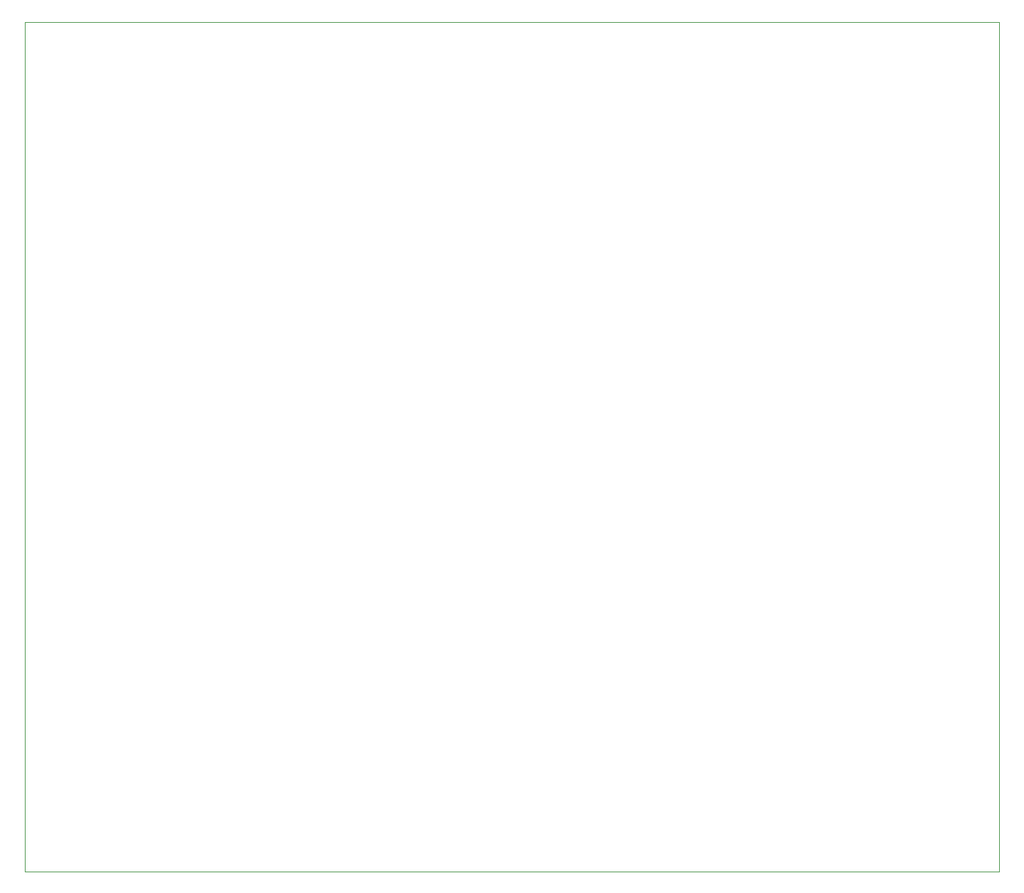
<source format=gm1>
%TF.GenerationSoftware,KiCad,Pcbnew,(5.1.6)-1*%
%TF.CreationDate,2020-10-29T17:58:23+05:30*%
%TF.ProjectId,LTC3884,4c544333-3838-4342-9e6b-696361645f70,rev?*%
%TF.SameCoordinates,Original*%
%TF.FileFunction,Profile,NP*%
%FSLAX46Y46*%
G04 Gerber Fmt 4.6, Leading zero omitted, Abs format (unit mm)*
G04 Created by KiCad (PCBNEW (5.1.6)-1) date 2020-10-29 17:58:23*
%MOMM*%
%LPD*%
G01*
G04 APERTURE LIST*
%TA.AperFunction,Profile*%
%ADD10C,0.100000*%
%TD*%
G04 APERTURE END LIST*
D10*
X243840000Y-60960000D02*
X243840000Y-165100000D01*
X124460000Y-60960000D02*
X243840000Y-60960000D01*
X124460000Y-165100000D02*
X124460000Y-60960000D01*
X243840000Y-165100000D02*
X124460000Y-165100000D01*
M02*

</source>
